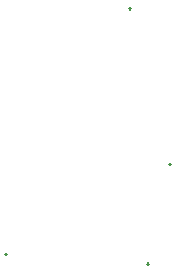
<source format=gbr>
G04*
G04 #@! TF.GenerationSoftware,Altium Limited,Altium Designer,24.2.2 (26)*
G04*
G04 Layer_Color=128*
%FSLAX44Y44*%
%MOMM*%
G71*
G04*
G04 #@! TF.SameCoordinates,D1F85D35-12B9-47B7-842E-F7ABDB1EEA32*
G04*
G04*
G04 #@! TF.FilePolarity,Positive*
G04*
G01*
G75*
%ADD13C,0.1270*%
D13*
X604000Y734000D02*
X606000D01*
X605000Y733000D02*
Y735000D01*
X619000Y518000D02*
X621000D01*
X620000Y517000D02*
Y519000D01*
X499000Y526000D02*
X501000D01*
X500000Y525000D02*
Y527000D01*
X637787Y602107D02*
X639787D01*
X638787Y601106D02*
Y603106D01*
M02*

</source>
